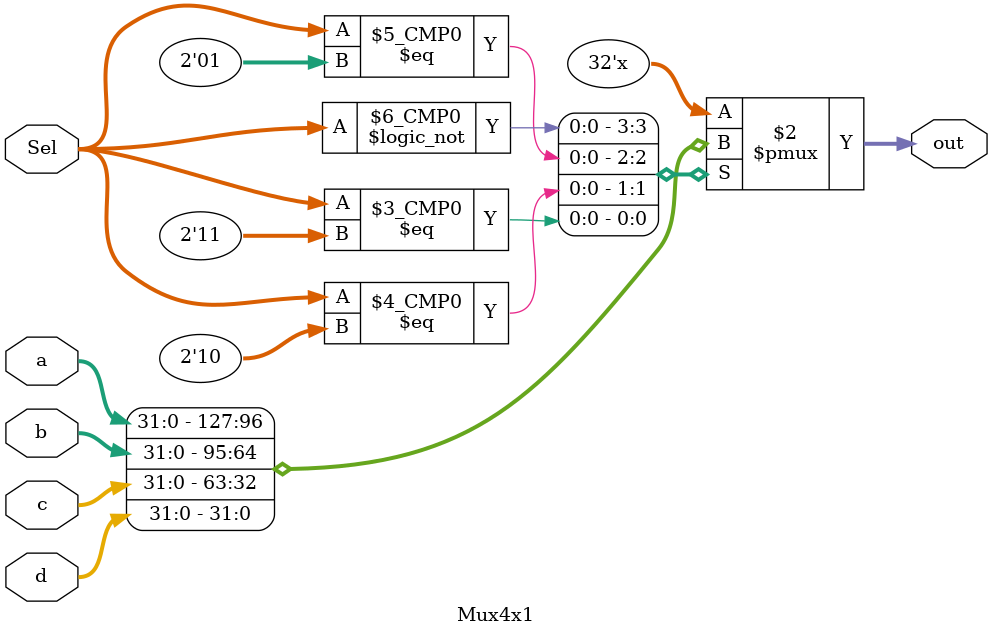
<source format=v>
module Mux4x1(
	input [31:0] a, b, c, d,
    input [1:0] Sel,
    output reg [31:0] out
);

  always@(*)
  begin
    case(Sel)
    	2'b00:
        	out = a;
      	2'b01:
        	out = b;
      	2'b10:
        	out = c;
      	2'b11:
        	out = d;
    endcase
  end
endmodule

</source>
